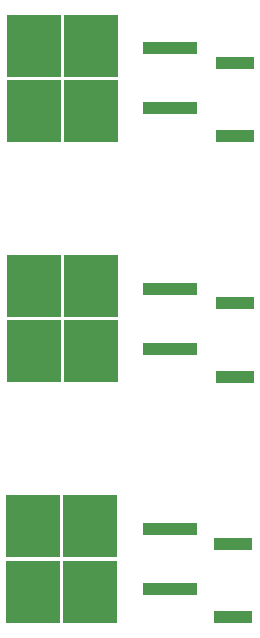
<source format=gbp>
G04 #@! TF.GenerationSoftware,KiCad,Pcbnew,(5.0.1)-3*
G04 #@! TF.CreationDate,2018-10-29T22:15:53-04:00*
G04 #@! TF.ProjectId,GCEW,474345572E6B696361645F7063620000,rev?*
G04 #@! TF.SameCoordinates,Original*
G04 #@! TF.FileFunction,Paste,Bot*
G04 #@! TF.FilePolarity,Positive*
%FSLAX46Y46*%
G04 Gerber Fmt 4.6, Leading zero omitted, Abs format (unit mm)*
G04 Created by KiCad (PCBNEW (5.0.1)-3) date 10/29/2018 10:15:53 PM*
%MOMM*%
%LPD*%
G01*
G04 APERTURE LIST*
%ADD10R,3.200000X1.000000*%
%ADD11R,4.600000X1.100000*%
%ADD12R,4.550000X5.250000*%
G04 APERTURE END LIST*
D10*
G04 #@! TO.C,R17*
X202950000Y-137700000D03*
X202950000Y-131500000D03*
G04 #@! TD*
G04 #@! TO.C,R18*
X203100000Y-117350000D03*
X203100000Y-111150000D03*
G04 #@! TD*
G04 #@! TO.C,R19*
X203100000Y-97000000D03*
X203100000Y-90800000D03*
G04 #@! TD*
D11*
G04 #@! TO.C,U4*
X197599999Y-130259999D03*
X197599999Y-135339999D03*
D12*
X186024999Y-135574999D03*
X190874999Y-130024999D03*
X186024999Y-130024999D03*
X190874999Y-135574999D03*
G04 #@! TD*
D11*
G04 #@! TO.C,U6*
X197649999Y-109910000D03*
X197649999Y-114990000D03*
D12*
X186074999Y-115225000D03*
X190924999Y-109675000D03*
X186074999Y-109675000D03*
X190924999Y-115225000D03*
G04 #@! TD*
D11*
G04 #@! TO.C,U8*
X197649999Y-89560000D03*
X197649999Y-94640000D03*
D12*
X186074999Y-94875000D03*
X190924999Y-89325000D03*
X186074999Y-89325000D03*
X190924999Y-94875000D03*
G04 #@! TD*
M02*

</source>
